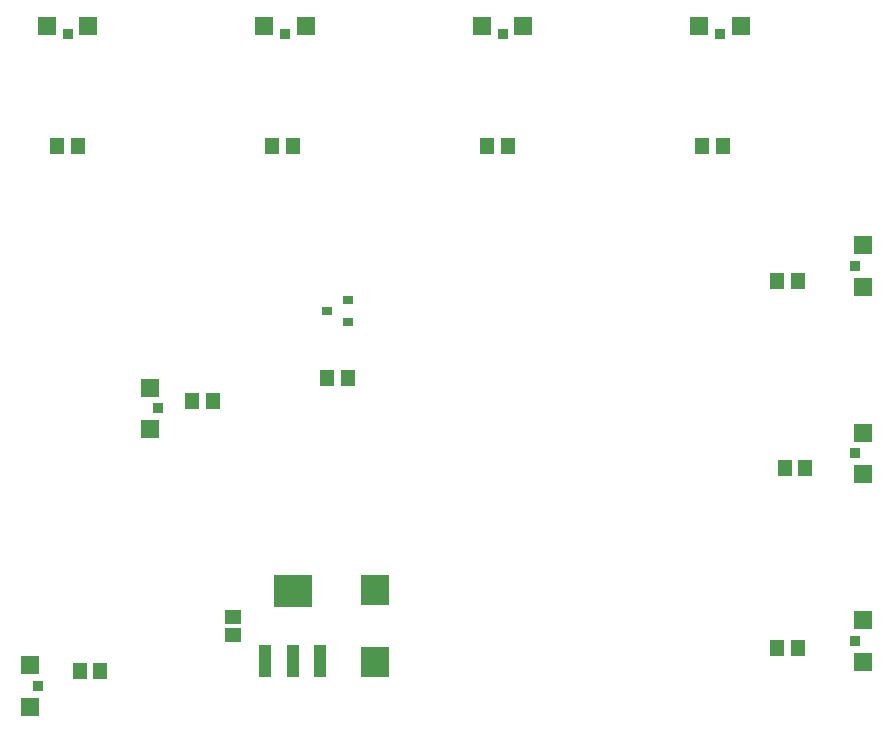
<source format=gtp>
G04*
G04 #@! TF.GenerationSoftware,Altium Limited,Altium Designer,20.0.13 (296)*
G04*
G04 Layer_Color=8421504*
%FSTAX24Y24*%
%MOIN*%
G70*
G01*
G75*
%ADD17R,0.0354X0.0354*%
%ADD18R,0.0591X0.0591*%
%ADD19R,0.0354X0.0354*%
%ADD20R,0.0591X0.0591*%
%ADD21R,0.0453X0.0531*%
%ADD22R,0.0551X0.0512*%
%ADD23R,0.0394X0.1063*%
%ADD24R,0.1299X0.1063*%
%ADD25R,0.0965X0.1004*%
%ADD26R,0.0383X0.0316*%
D17*
X006Y025744D02*
D03*
X01325D02*
D03*
X0205D02*
D03*
X02775D02*
D03*
D18*
X006689Y026D02*
D03*
X005311D02*
D03*
X013939D02*
D03*
X012561D02*
D03*
X021189D02*
D03*
X019811D02*
D03*
X028439D02*
D03*
X027061D02*
D03*
D19*
X005006Y004D02*
D03*
X032244Y018D02*
D03*
Y01175D02*
D03*
Y0055D02*
D03*
X009006Y01325D02*
D03*
D20*
X00475Y004689D02*
D03*
Y003311D02*
D03*
X0325Y017311D02*
D03*
Y018689D02*
D03*
Y011061D02*
D03*
Y012439D02*
D03*
Y004811D02*
D03*
Y006189D02*
D03*
X00875Y013939D02*
D03*
Y012561D02*
D03*
D21*
X006406Y0045D02*
D03*
X007094D02*
D03*
X014656Y01425D02*
D03*
X015344D02*
D03*
X010156Y0135D02*
D03*
X010844D02*
D03*
X030344Y00525D02*
D03*
X029656D02*
D03*
X030594Y01125D02*
D03*
X029906D02*
D03*
X030344Y0175D02*
D03*
X029656D02*
D03*
X019989Y022D02*
D03*
X020678D02*
D03*
X027156D02*
D03*
X027844D02*
D03*
X005656D02*
D03*
X006344D02*
D03*
X012822D02*
D03*
X013511D02*
D03*
D22*
X0115Y005685D02*
D03*
Y006315D02*
D03*
D23*
X012594Y004839D02*
D03*
X0135D02*
D03*
X014406D02*
D03*
D24*
X0135Y007161D02*
D03*
D25*
X01625Y007191D02*
D03*
Y004809D02*
D03*
D26*
X014652Y0165D02*
D03*
X015348Y016874D02*
D03*
Y016126D02*
D03*
M02*

</source>
